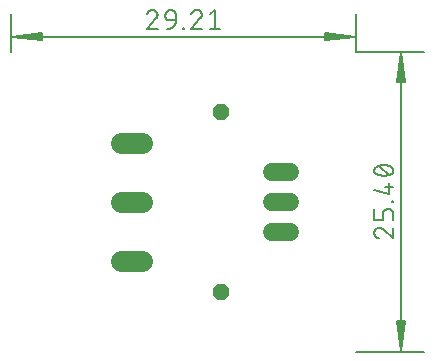
<source format=gbr>
G04 EAGLE Gerber RS-274X export*
G75*
%MOMM*%
%FSLAX34Y34*%
%LPD*%
%INTop Copper*%
%IPPOS*%
%AMOC8*
5,1,8,0,0,1.08239X$1,22.5*%
G01*
%ADD10C,0.130000*%
%ADD11C,0.152400*%
%ADD12P,1.539592X8X292.500000*%
%ADD13C,1.790700*%
%ADD14C,1.524000*%


D10*
X381000Y317500D02*
X381000Y349700D01*
X88900Y349700D02*
X88900Y317500D01*
X89550Y330200D02*
X380350Y330200D01*
X355000Y333392D01*
X355000Y327008D01*
X380350Y330200D01*
X355000Y331500D01*
X355000Y328900D02*
X380350Y330200D01*
X355000Y332800D01*
X355000Y327600D02*
X380350Y330200D01*
X114900Y333392D02*
X89550Y330200D01*
X114900Y333392D02*
X114900Y327008D01*
X89550Y330200D01*
X114900Y331500D01*
X114900Y328900D02*
X89550Y330200D01*
X114900Y332800D01*
X114900Y327600D02*
X89550Y330200D01*
D11*
X208769Y352963D02*
X208894Y352961D01*
X209019Y352955D01*
X209144Y352946D01*
X209268Y352932D01*
X209392Y352915D01*
X209516Y352894D01*
X209638Y352869D01*
X209760Y352840D01*
X209881Y352808D01*
X210001Y352772D01*
X210120Y352732D01*
X210237Y352689D01*
X210353Y352642D01*
X210468Y352591D01*
X210580Y352537D01*
X210692Y352479D01*
X210801Y352419D01*
X210908Y352354D01*
X211014Y352287D01*
X211117Y352216D01*
X211218Y352142D01*
X211317Y352065D01*
X211413Y351985D01*
X211507Y351902D01*
X211598Y351817D01*
X211687Y351728D01*
X211772Y351637D01*
X211855Y351543D01*
X211935Y351447D01*
X212012Y351348D01*
X212086Y351247D01*
X212157Y351144D01*
X212224Y351038D01*
X212289Y350931D01*
X212349Y350822D01*
X212407Y350710D01*
X212461Y350598D01*
X212512Y350483D01*
X212559Y350367D01*
X212602Y350250D01*
X212642Y350131D01*
X212678Y350011D01*
X212710Y349890D01*
X212739Y349768D01*
X212764Y349646D01*
X212785Y349522D01*
X212802Y349398D01*
X212816Y349274D01*
X212825Y349149D01*
X212831Y349024D01*
X212833Y348899D01*
X208769Y352963D02*
X208626Y352961D01*
X208484Y352955D01*
X208341Y352945D01*
X208199Y352932D01*
X208058Y352914D01*
X207916Y352893D01*
X207776Y352868D01*
X207636Y352839D01*
X207497Y352806D01*
X207359Y352769D01*
X207222Y352729D01*
X207087Y352685D01*
X206952Y352637D01*
X206819Y352585D01*
X206687Y352530D01*
X206557Y352471D01*
X206429Y352409D01*
X206302Y352343D01*
X206177Y352274D01*
X206054Y352202D01*
X205934Y352126D01*
X205815Y352047D01*
X205698Y351964D01*
X205584Y351879D01*
X205472Y351790D01*
X205363Y351699D01*
X205256Y351604D01*
X205151Y351507D01*
X205050Y351406D01*
X204951Y351303D01*
X204855Y351198D01*
X204762Y351089D01*
X204672Y350978D01*
X204585Y350865D01*
X204501Y350750D01*
X204421Y350632D01*
X204343Y350512D01*
X204269Y350390D01*
X204199Y350266D01*
X204131Y350140D01*
X204068Y350012D01*
X204007Y349883D01*
X203950Y349752D01*
X203897Y349620D01*
X203848Y349486D01*
X203802Y349351D01*
X211478Y345738D02*
X211572Y345830D01*
X211662Y345924D01*
X211750Y346021D01*
X211835Y346121D01*
X211917Y346223D01*
X211996Y346328D01*
X212071Y346435D01*
X212143Y346544D01*
X212212Y346655D01*
X212278Y346769D01*
X212340Y346884D01*
X212399Y347001D01*
X212454Y347120D01*
X212505Y347240D01*
X212553Y347362D01*
X212598Y347485D01*
X212638Y347609D01*
X212675Y347735D01*
X212708Y347862D01*
X212737Y347989D01*
X212763Y348118D01*
X212784Y348247D01*
X212802Y348377D01*
X212815Y348507D01*
X212825Y348637D01*
X212831Y348768D01*
X212833Y348899D01*
X211478Y345738D02*
X203802Y336707D01*
X212833Y336707D01*
X223046Y343932D02*
X228464Y343932D01*
X223046Y343932D02*
X222928Y343934D01*
X222810Y343940D01*
X222692Y343949D01*
X222575Y343963D01*
X222458Y343980D01*
X222341Y344001D01*
X222226Y344026D01*
X222111Y344055D01*
X221997Y344088D01*
X221885Y344124D01*
X221774Y344164D01*
X221664Y344207D01*
X221555Y344254D01*
X221448Y344304D01*
X221343Y344359D01*
X221240Y344416D01*
X221139Y344477D01*
X221039Y344541D01*
X220942Y344608D01*
X220847Y344678D01*
X220755Y344752D01*
X220664Y344828D01*
X220577Y344908D01*
X220492Y344990D01*
X220410Y345075D01*
X220330Y345162D01*
X220254Y345253D01*
X220180Y345345D01*
X220110Y345440D01*
X220043Y345537D01*
X219979Y345637D01*
X219918Y345738D01*
X219861Y345841D01*
X219806Y345946D01*
X219756Y346053D01*
X219709Y346162D01*
X219666Y346272D01*
X219626Y346383D01*
X219590Y346495D01*
X219557Y346609D01*
X219528Y346724D01*
X219503Y346839D01*
X219482Y346956D01*
X219465Y347073D01*
X219451Y347190D01*
X219442Y347308D01*
X219436Y347426D01*
X219434Y347544D01*
X219433Y347544D02*
X219433Y348447D01*
X219435Y348580D01*
X219441Y348712D01*
X219451Y348844D01*
X219464Y348976D01*
X219482Y349108D01*
X219503Y349238D01*
X219528Y349369D01*
X219557Y349498D01*
X219590Y349626D01*
X219626Y349754D01*
X219666Y349880D01*
X219710Y350005D01*
X219758Y350129D01*
X219809Y350251D01*
X219864Y350372D01*
X219922Y350491D01*
X219984Y350609D01*
X220049Y350724D01*
X220118Y350838D01*
X220189Y350949D01*
X220265Y351058D01*
X220343Y351165D01*
X220424Y351270D01*
X220509Y351372D01*
X220596Y351472D01*
X220686Y351569D01*
X220779Y351664D01*
X220875Y351755D01*
X220973Y351844D01*
X221074Y351930D01*
X221178Y352013D01*
X221284Y352093D01*
X221392Y352169D01*
X221502Y352243D01*
X221615Y352313D01*
X221729Y352380D01*
X221846Y352443D01*
X221964Y352503D01*
X222084Y352560D01*
X222206Y352613D01*
X222329Y352662D01*
X222453Y352708D01*
X222579Y352750D01*
X222706Y352788D01*
X222834Y352823D01*
X222963Y352854D01*
X223092Y352881D01*
X223223Y352904D01*
X223354Y352924D01*
X223486Y352939D01*
X223618Y352951D01*
X223750Y352959D01*
X223883Y352963D01*
X224015Y352963D01*
X224148Y352959D01*
X224280Y352951D01*
X224412Y352939D01*
X224544Y352924D01*
X224675Y352904D01*
X224806Y352881D01*
X224935Y352854D01*
X225064Y352823D01*
X225192Y352788D01*
X225319Y352750D01*
X225445Y352708D01*
X225569Y352662D01*
X225692Y352613D01*
X225814Y352560D01*
X225934Y352503D01*
X226052Y352443D01*
X226169Y352380D01*
X226283Y352313D01*
X226396Y352243D01*
X226506Y352169D01*
X226614Y352093D01*
X226720Y352013D01*
X226824Y351930D01*
X226925Y351844D01*
X227023Y351755D01*
X227119Y351664D01*
X227212Y351569D01*
X227302Y351472D01*
X227389Y351372D01*
X227474Y351270D01*
X227555Y351165D01*
X227633Y351058D01*
X227709Y350949D01*
X227780Y350838D01*
X227849Y350724D01*
X227914Y350609D01*
X227976Y350491D01*
X228034Y350372D01*
X228089Y350251D01*
X228140Y350129D01*
X228188Y350005D01*
X228232Y349880D01*
X228272Y349754D01*
X228308Y349626D01*
X228341Y349498D01*
X228370Y349369D01*
X228395Y349238D01*
X228416Y349108D01*
X228434Y348976D01*
X228447Y348844D01*
X228457Y348712D01*
X228463Y348580D01*
X228465Y348447D01*
X228464Y348447D02*
X228464Y343932D01*
X228462Y343757D01*
X228456Y343583D01*
X228445Y343409D01*
X228430Y343235D01*
X228411Y343061D01*
X228388Y342888D01*
X228361Y342716D01*
X228329Y342544D01*
X228294Y342373D01*
X228254Y342203D01*
X228210Y342034D01*
X228162Y341866D01*
X228110Y341699D01*
X228054Y341534D01*
X227994Y341370D01*
X227931Y341207D01*
X227863Y341047D01*
X227791Y340887D01*
X227716Y340730D01*
X227636Y340574D01*
X227553Y340421D01*
X227467Y340269D01*
X227376Y340120D01*
X227282Y339973D01*
X227185Y339828D01*
X227084Y339685D01*
X226980Y339545D01*
X226872Y339408D01*
X226761Y339273D01*
X226647Y339141D01*
X226530Y339012D01*
X226409Y338885D01*
X226286Y338762D01*
X226159Y338641D01*
X226030Y338524D01*
X225898Y338410D01*
X225763Y338299D01*
X225626Y338191D01*
X225486Y338087D01*
X225343Y337986D01*
X225198Y337889D01*
X225051Y337795D01*
X224902Y337704D01*
X224750Y337618D01*
X224597Y337535D01*
X224441Y337455D01*
X224284Y337380D01*
X224124Y337308D01*
X223964Y337240D01*
X223801Y337177D01*
X223637Y337117D01*
X223472Y337061D01*
X223305Y337009D01*
X223137Y336961D01*
X222968Y336917D01*
X222798Y336877D01*
X222627Y336842D01*
X222455Y336810D01*
X222283Y336783D01*
X222110Y336760D01*
X221936Y336741D01*
X221762Y336726D01*
X221588Y336715D01*
X221414Y336709D01*
X221239Y336707D01*
X234439Y336707D02*
X234439Y337610D01*
X235342Y337610D01*
X235342Y336707D01*
X234439Y336707D01*
X250348Y348899D02*
X250346Y349024D01*
X250340Y349149D01*
X250331Y349274D01*
X250317Y349398D01*
X250300Y349522D01*
X250279Y349646D01*
X250254Y349768D01*
X250225Y349890D01*
X250193Y350011D01*
X250157Y350131D01*
X250117Y350250D01*
X250074Y350367D01*
X250027Y350483D01*
X249976Y350598D01*
X249922Y350710D01*
X249864Y350822D01*
X249804Y350931D01*
X249739Y351038D01*
X249672Y351144D01*
X249601Y351247D01*
X249527Y351348D01*
X249450Y351447D01*
X249370Y351543D01*
X249287Y351637D01*
X249202Y351728D01*
X249113Y351817D01*
X249022Y351902D01*
X248928Y351985D01*
X248832Y352065D01*
X248733Y352142D01*
X248632Y352216D01*
X248529Y352287D01*
X248423Y352354D01*
X248316Y352419D01*
X248207Y352479D01*
X248095Y352537D01*
X247983Y352591D01*
X247868Y352642D01*
X247752Y352689D01*
X247635Y352732D01*
X247516Y352772D01*
X247396Y352808D01*
X247275Y352840D01*
X247153Y352869D01*
X247031Y352894D01*
X246907Y352915D01*
X246783Y352932D01*
X246659Y352946D01*
X246534Y352955D01*
X246409Y352961D01*
X246284Y352963D01*
X246141Y352961D01*
X245999Y352955D01*
X245856Y352945D01*
X245714Y352932D01*
X245573Y352914D01*
X245431Y352893D01*
X245291Y352868D01*
X245151Y352839D01*
X245012Y352806D01*
X244874Y352769D01*
X244737Y352729D01*
X244602Y352685D01*
X244467Y352637D01*
X244334Y352585D01*
X244202Y352530D01*
X244072Y352471D01*
X243944Y352409D01*
X243817Y352343D01*
X243692Y352274D01*
X243569Y352202D01*
X243449Y352126D01*
X243330Y352047D01*
X243213Y351964D01*
X243099Y351879D01*
X242987Y351790D01*
X242878Y351699D01*
X242771Y351604D01*
X242666Y351507D01*
X242565Y351406D01*
X242466Y351303D01*
X242370Y351198D01*
X242277Y351089D01*
X242187Y350978D01*
X242100Y350865D01*
X242016Y350750D01*
X241936Y350632D01*
X241858Y350512D01*
X241784Y350390D01*
X241714Y350266D01*
X241646Y350140D01*
X241583Y350012D01*
X241522Y349883D01*
X241465Y349752D01*
X241412Y349620D01*
X241363Y349486D01*
X241317Y349351D01*
X248993Y345738D02*
X249087Y345830D01*
X249177Y345924D01*
X249265Y346021D01*
X249350Y346121D01*
X249432Y346223D01*
X249511Y346328D01*
X249586Y346435D01*
X249658Y346544D01*
X249727Y346655D01*
X249793Y346769D01*
X249855Y346884D01*
X249914Y347001D01*
X249969Y347120D01*
X250020Y347240D01*
X250068Y347362D01*
X250113Y347485D01*
X250153Y347609D01*
X250190Y347735D01*
X250223Y347862D01*
X250252Y347989D01*
X250278Y348118D01*
X250299Y348247D01*
X250317Y348377D01*
X250330Y348507D01*
X250340Y348637D01*
X250346Y348768D01*
X250348Y348899D01*
X248993Y345738D02*
X241317Y336707D01*
X250348Y336707D01*
X256948Y349351D02*
X261464Y352963D01*
X261464Y336707D01*
X265979Y336707D02*
X256948Y336707D01*
D10*
X381000Y63500D02*
X438600Y63500D01*
X438600Y317500D02*
X381000Y317500D01*
X419100Y316850D02*
X419100Y64150D01*
X415908Y89500D01*
X422292Y89500D01*
X419100Y64150D01*
X417800Y89500D01*
X420400Y89500D02*
X419100Y64150D01*
X416500Y89500D01*
X421700Y89500D02*
X419100Y64150D01*
X415908Y291500D02*
X419100Y316850D01*
X415908Y291500D02*
X422292Y291500D01*
X419100Y316850D01*
X417800Y291500D01*
X420400Y291500D02*
X419100Y316850D01*
X416500Y291500D01*
X421700Y291500D02*
X419100Y316850D01*
D11*
X400401Y168383D02*
X400276Y168381D01*
X400151Y168375D01*
X400026Y168366D01*
X399902Y168352D01*
X399778Y168335D01*
X399654Y168314D01*
X399532Y168289D01*
X399410Y168260D01*
X399289Y168228D01*
X399169Y168192D01*
X399050Y168152D01*
X398933Y168109D01*
X398817Y168062D01*
X398702Y168011D01*
X398590Y167957D01*
X398478Y167899D01*
X398369Y167839D01*
X398262Y167774D01*
X398156Y167707D01*
X398053Y167636D01*
X397952Y167562D01*
X397853Y167485D01*
X397757Y167405D01*
X397663Y167322D01*
X397572Y167237D01*
X397483Y167148D01*
X397398Y167057D01*
X397315Y166963D01*
X397235Y166867D01*
X397158Y166768D01*
X397084Y166667D01*
X397013Y166564D01*
X396946Y166458D01*
X396881Y166351D01*
X396821Y166242D01*
X396763Y166130D01*
X396709Y166018D01*
X396658Y165903D01*
X396611Y165787D01*
X396568Y165670D01*
X396528Y165551D01*
X396492Y165431D01*
X396460Y165310D01*
X396431Y165188D01*
X396406Y165066D01*
X396385Y164942D01*
X396368Y164818D01*
X396354Y164694D01*
X396345Y164569D01*
X396339Y164444D01*
X396337Y164319D01*
X396339Y164176D01*
X396345Y164034D01*
X396355Y163891D01*
X396368Y163749D01*
X396386Y163608D01*
X396407Y163466D01*
X396432Y163326D01*
X396461Y163186D01*
X396494Y163047D01*
X396531Y162909D01*
X396571Y162772D01*
X396615Y162637D01*
X396663Y162502D01*
X396715Y162369D01*
X396770Y162237D01*
X396829Y162107D01*
X396891Y161979D01*
X396957Y161852D01*
X397026Y161727D01*
X397098Y161604D01*
X397174Y161483D01*
X397253Y161365D01*
X397336Y161248D01*
X397421Y161134D01*
X397510Y161022D01*
X397601Y160913D01*
X397696Y160806D01*
X397793Y160701D01*
X397894Y160600D01*
X397997Y160501D01*
X398102Y160405D01*
X398211Y160312D01*
X398322Y160222D01*
X398435Y160135D01*
X398550Y160051D01*
X398668Y159971D01*
X398788Y159893D01*
X398910Y159819D01*
X399034Y159749D01*
X399160Y159681D01*
X399288Y159618D01*
X399417Y159557D01*
X399548Y159500D01*
X399680Y159447D01*
X399814Y159398D01*
X399949Y159352D01*
X403562Y167028D02*
X403470Y167122D01*
X403376Y167212D01*
X403279Y167300D01*
X403179Y167385D01*
X403077Y167467D01*
X402972Y167545D01*
X402865Y167621D01*
X402756Y167693D01*
X402645Y167762D01*
X402531Y167828D01*
X402416Y167890D01*
X402299Y167949D01*
X402180Y168004D01*
X402060Y168055D01*
X401938Y168103D01*
X401815Y168148D01*
X401691Y168188D01*
X401565Y168225D01*
X401438Y168258D01*
X401311Y168287D01*
X401182Y168313D01*
X401053Y168334D01*
X400923Y168352D01*
X400793Y168365D01*
X400663Y168375D01*
X400532Y168381D01*
X400401Y168383D01*
X403562Y167028D02*
X412593Y159352D01*
X412593Y168383D01*
X412593Y174983D02*
X412593Y180402D01*
X412591Y180520D01*
X412585Y180638D01*
X412576Y180756D01*
X412562Y180873D01*
X412545Y180990D01*
X412524Y181107D01*
X412499Y181222D01*
X412470Y181337D01*
X412437Y181451D01*
X412401Y181563D01*
X412361Y181674D01*
X412318Y181784D01*
X412271Y181893D01*
X412221Y182000D01*
X412166Y182105D01*
X412109Y182208D01*
X412048Y182309D01*
X411984Y182409D01*
X411917Y182506D01*
X411847Y182601D01*
X411773Y182693D01*
X411697Y182784D01*
X411617Y182871D01*
X411535Y182956D01*
X411450Y183038D01*
X411363Y183118D01*
X411272Y183194D01*
X411180Y183268D01*
X411085Y183338D01*
X410988Y183405D01*
X410888Y183469D01*
X410787Y183530D01*
X410684Y183587D01*
X410579Y183642D01*
X410472Y183692D01*
X410363Y183739D01*
X410253Y183782D01*
X410142Y183822D01*
X410030Y183858D01*
X409916Y183891D01*
X409801Y183920D01*
X409686Y183945D01*
X409569Y183966D01*
X409452Y183983D01*
X409335Y183997D01*
X409217Y184006D01*
X409099Y184012D01*
X408981Y184014D01*
X407174Y184014D01*
X407056Y184012D01*
X406938Y184006D01*
X406820Y183997D01*
X406703Y183983D01*
X406586Y183966D01*
X406469Y183945D01*
X406354Y183920D01*
X406239Y183891D01*
X406125Y183858D01*
X406013Y183822D01*
X405902Y183782D01*
X405792Y183739D01*
X405683Y183692D01*
X405576Y183642D01*
X405471Y183587D01*
X405368Y183530D01*
X405267Y183469D01*
X405167Y183405D01*
X405070Y183338D01*
X404975Y183268D01*
X404883Y183194D01*
X404792Y183118D01*
X404705Y183038D01*
X404620Y182956D01*
X404538Y182871D01*
X404458Y182784D01*
X404382Y182693D01*
X404308Y182601D01*
X404238Y182506D01*
X404171Y182409D01*
X404107Y182309D01*
X404046Y182208D01*
X403989Y182105D01*
X403934Y182000D01*
X403884Y181893D01*
X403837Y181784D01*
X403794Y181674D01*
X403754Y181563D01*
X403718Y181451D01*
X403685Y181337D01*
X403656Y181222D01*
X403631Y181107D01*
X403610Y180990D01*
X403593Y180873D01*
X403579Y180756D01*
X403570Y180638D01*
X403564Y180520D01*
X403562Y180402D01*
X403562Y174983D01*
X396337Y174983D01*
X396337Y184014D01*
X411690Y189989D02*
X412593Y189989D01*
X411690Y189989D02*
X411690Y190892D01*
X412593Y190892D01*
X412593Y189989D01*
X408981Y196867D02*
X396337Y200479D01*
X408981Y196867D02*
X408981Y205898D01*
X405368Y203189D02*
X412593Y203189D01*
X404465Y212498D02*
X404145Y212502D01*
X403826Y212513D01*
X403506Y212532D01*
X403188Y212559D01*
X402870Y212593D01*
X402553Y212635D01*
X402237Y212685D01*
X401922Y212742D01*
X401609Y212806D01*
X401297Y212878D01*
X400987Y212957D01*
X400680Y213044D01*
X400374Y213138D01*
X400071Y213239D01*
X399770Y213348D01*
X399472Y213463D01*
X399176Y213586D01*
X398884Y213716D01*
X398595Y213853D01*
X398594Y213854D02*
X398486Y213893D01*
X398379Y213936D01*
X398274Y213982D01*
X398171Y214032D01*
X398069Y214086D01*
X397969Y214143D01*
X397871Y214204D01*
X397775Y214268D01*
X397682Y214335D01*
X397591Y214405D01*
X397502Y214479D01*
X397416Y214555D01*
X397333Y214635D01*
X397252Y214717D01*
X397174Y214802D01*
X397100Y214889D01*
X397028Y214980D01*
X396959Y215072D01*
X396894Y215167D01*
X396832Y215264D01*
X396773Y215363D01*
X396718Y215464D01*
X396667Y215567D01*
X396619Y215672D01*
X396574Y215778D01*
X396533Y215885D01*
X396496Y215994D01*
X396463Y216105D01*
X396434Y216216D01*
X396408Y216328D01*
X396386Y216441D01*
X396369Y216555D01*
X396355Y216669D01*
X396345Y216784D01*
X396339Y216899D01*
X396337Y217014D01*
X396339Y217129D01*
X396345Y217244D01*
X396355Y217359D01*
X396369Y217473D01*
X396386Y217587D01*
X396408Y217700D01*
X396434Y217812D01*
X396463Y217924D01*
X396496Y218034D01*
X396533Y218143D01*
X396574Y218251D01*
X396619Y218357D01*
X396667Y218462D01*
X396718Y218564D01*
X396774Y218666D01*
X396832Y218765D01*
X396894Y218862D01*
X396960Y218957D01*
X397028Y219049D01*
X397100Y219139D01*
X397174Y219227D01*
X397252Y219312D01*
X397333Y219394D01*
X397416Y219473D01*
X397502Y219550D01*
X397591Y219623D01*
X397682Y219694D01*
X397776Y219761D01*
X397871Y219825D01*
X397969Y219886D01*
X398069Y219943D01*
X398171Y219996D01*
X398275Y220047D01*
X398380Y220093D01*
X398487Y220136D01*
X398595Y220175D01*
X398595Y220174D02*
X398884Y220311D01*
X399176Y220441D01*
X399472Y220564D01*
X399770Y220679D01*
X400071Y220788D01*
X400374Y220889D01*
X400680Y220983D01*
X400987Y221070D01*
X401297Y221149D01*
X401609Y221221D01*
X401922Y221285D01*
X402237Y221342D01*
X402553Y221392D01*
X402870Y221434D01*
X403188Y221468D01*
X403506Y221495D01*
X403826Y221514D01*
X404145Y221525D01*
X404465Y221529D01*
X404465Y212498D02*
X404785Y212502D01*
X405104Y212513D01*
X405424Y212532D01*
X405742Y212559D01*
X406060Y212593D01*
X406377Y212635D01*
X406693Y212685D01*
X407008Y212742D01*
X407321Y212806D01*
X407633Y212878D01*
X407943Y212957D01*
X408250Y213044D01*
X408556Y213138D01*
X408859Y213239D01*
X409160Y213348D01*
X409458Y213463D01*
X409754Y213586D01*
X410046Y213716D01*
X410335Y213853D01*
X410336Y213853D02*
X410444Y213892D01*
X410551Y213935D01*
X410656Y213981D01*
X410760Y214032D01*
X410862Y214085D01*
X410962Y214142D01*
X411060Y214203D01*
X411155Y214267D01*
X411249Y214334D01*
X411340Y214405D01*
X411429Y214478D01*
X411515Y214555D01*
X411598Y214634D01*
X411679Y214716D01*
X411757Y214801D01*
X411831Y214889D01*
X411903Y214979D01*
X411972Y215072D01*
X412037Y215166D01*
X412099Y215263D01*
X412157Y215363D01*
X412213Y215464D01*
X412264Y215566D01*
X412312Y215671D01*
X412357Y215777D01*
X412398Y215885D01*
X412435Y215994D01*
X412468Y216104D01*
X412497Y216216D01*
X412523Y216328D01*
X412545Y216441D01*
X412562Y216555D01*
X412576Y216669D01*
X412586Y216784D01*
X412592Y216899D01*
X412594Y217014D01*
X410335Y220174D02*
X410046Y220311D01*
X409754Y220441D01*
X409458Y220564D01*
X409160Y220679D01*
X408859Y220788D01*
X408556Y220889D01*
X408250Y220983D01*
X407943Y221070D01*
X407633Y221149D01*
X407321Y221221D01*
X407008Y221285D01*
X406693Y221342D01*
X406377Y221392D01*
X406060Y221434D01*
X405742Y221468D01*
X405424Y221495D01*
X405104Y221514D01*
X404785Y221525D01*
X404465Y221529D01*
X410335Y220175D02*
X410443Y220136D01*
X410550Y220093D01*
X410655Y220047D01*
X410759Y219996D01*
X410861Y219943D01*
X410961Y219886D01*
X411059Y219825D01*
X411154Y219761D01*
X411248Y219694D01*
X411339Y219623D01*
X411428Y219550D01*
X411514Y219473D01*
X411597Y219394D01*
X411678Y219312D01*
X411756Y219227D01*
X411830Y219139D01*
X411902Y219049D01*
X411971Y218956D01*
X412036Y218862D01*
X412098Y218765D01*
X412156Y218665D01*
X412212Y218564D01*
X412263Y218461D01*
X412311Y218357D01*
X412356Y218251D01*
X412397Y218143D01*
X412434Y218034D01*
X412467Y217924D01*
X412496Y217812D01*
X412522Y217700D01*
X412544Y217587D01*
X412561Y217473D01*
X412575Y217359D01*
X412585Y217244D01*
X412591Y217129D01*
X412593Y217014D01*
X408981Y213401D02*
X399949Y220626D01*
D12*
X266700Y266700D03*
X266700Y114300D03*
D13*
X199654Y140500D02*
X181747Y140500D01*
X181747Y190500D02*
X199654Y190500D01*
X199654Y240500D02*
X181747Y240500D01*
D14*
X309880Y165100D02*
X325120Y165100D01*
X325120Y190500D02*
X309880Y190500D01*
X309880Y215900D02*
X325120Y215900D01*
M02*

</source>
